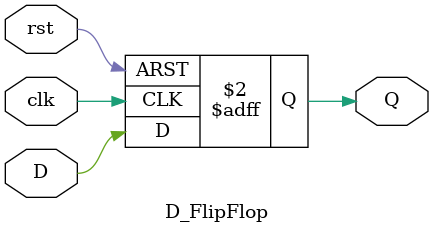
<source format=v>
module D_FlipFlop (
    input  wire clk, rst, D,
    output reg  Q
);

    always @(posedge clk or posedge rst) begin
        if (rst)
            Q <= 1'b0;       // Asynchronous reset
        else
            Q <= D;          // Latch D on rising clock edge
    end

endmodule
</source>
